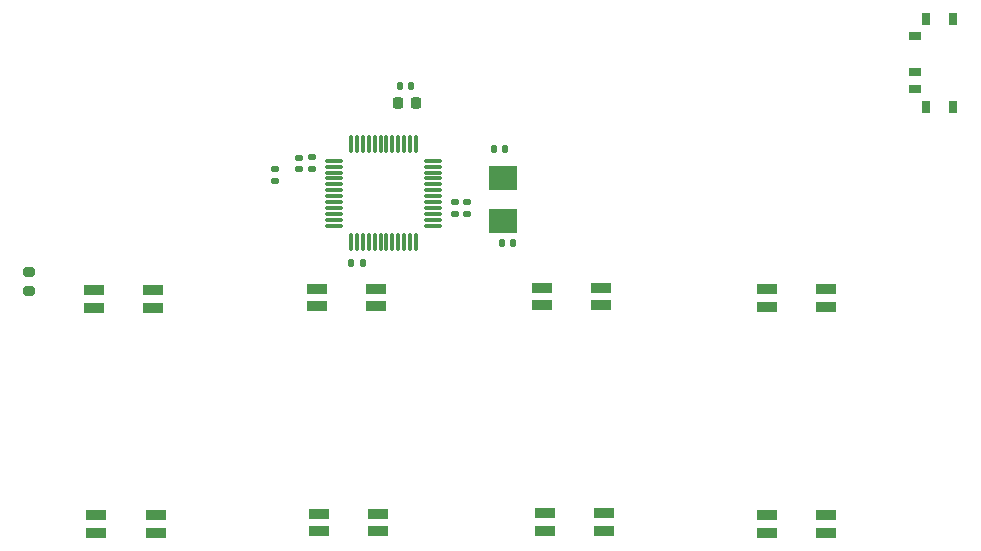
<source format=gbr>
%TF.GenerationSoftware,KiCad,Pcbnew,(6.0.10)*%
%TF.CreationDate,2023-03-05T14:49:45+05:30*%
%TF.ProjectId,keyboardv3,6b657962-6f61-4726-9476-332e6b696361,rev?*%
%TF.SameCoordinates,Original*%
%TF.FileFunction,Paste,Bot*%
%TF.FilePolarity,Positive*%
%FSLAX46Y46*%
G04 Gerber Fmt 4.6, Leading zero omitted, Abs format (unit mm)*
G04 Created by KiCad (PCBNEW (6.0.10)) date 2023-03-05 14:49:45*
%MOMM*%
%LPD*%
G01*
G04 APERTURE LIST*
G04 Aperture macros list*
%AMRoundRect*
0 Rectangle with rounded corners*
0 $1 Rounding radius*
0 $2 $3 $4 $5 $6 $7 $8 $9 X,Y pos of 4 corners*
0 Add a 4 corners polygon primitive as box body*
4,1,4,$2,$3,$4,$5,$6,$7,$8,$9,$2,$3,0*
0 Add four circle primitives for the rounded corners*
1,1,$1+$1,$2,$3*
1,1,$1+$1,$4,$5*
1,1,$1+$1,$6,$7*
1,1,$1+$1,$8,$9*
0 Add four rect primitives between the rounded corners*
20,1,$1+$1,$2,$3,$4,$5,0*
20,1,$1+$1,$4,$5,$6,$7,0*
20,1,$1+$1,$6,$7,$8,$9,0*
20,1,$1+$1,$8,$9,$2,$3,0*%
G04 Aperture macros list end*
%ADD10R,1.800000X0.820000*%
%ADD11RoundRect,0.140000X-0.170000X0.140000X-0.170000X-0.140000X0.170000X-0.140000X0.170000X0.140000X0*%
%ADD12RoundRect,0.140000X0.170000X-0.140000X0.170000X0.140000X-0.170000X0.140000X-0.170000X-0.140000X0*%
%ADD13RoundRect,0.075000X0.662500X0.075000X-0.662500X0.075000X-0.662500X-0.075000X0.662500X-0.075000X0*%
%ADD14RoundRect,0.075000X0.075000X0.662500X-0.075000X0.662500X-0.075000X-0.662500X0.075000X-0.662500X0*%
%ADD15RoundRect,0.200000X-0.275000X0.200000X-0.275000X-0.200000X0.275000X-0.200000X0.275000X0.200000X0*%
%ADD16RoundRect,0.225000X0.225000X0.250000X-0.225000X0.250000X-0.225000X-0.250000X0.225000X-0.250000X0*%
%ADD17RoundRect,0.140000X-0.140000X-0.170000X0.140000X-0.170000X0.140000X0.170000X-0.140000X0.170000X0*%
%ADD18R,1.100000X0.700000*%
%ADD19R,0.800000X1.000000*%
%ADD20RoundRect,0.135000X-0.185000X0.135000X-0.185000X-0.135000X0.185000X-0.135000X0.185000X0.135000X0*%
%ADD21R,2.400000X2.000000*%
%ADD22RoundRect,0.140000X0.140000X0.170000X-0.140000X0.170000X-0.140000X-0.170000X0.140000X-0.170000X0*%
G04 APERTURE END LIST*
D10*
%TO.C,D4*%
X69795000Y-60220000D03*
X69795000Y-61720000D03*
X74795000Y-61720000D03*
X74795000Y-60220000D03*
%TD*%
D11*
%TO.C,C8*%
X69380000Y-49100000D03*
X69380000Y-50060000D03*
%TD*%
D12*
%TO.C,C10*%
X82520000Y-53860000D03*
X82520000Y-52900000D03*
%TD*%
D13*
%TO.C,U2*%
X79592500Y-49380000D03*
X79592500Y-49880000D03*
X79592500Y-50380000D03*
X79592500Y-50880000D03*
X79592500Y-51380000D03*
X79592500Y-51880000D03*
X79592500Y-52380000D03*
X79592500Y-52880000D03*
X79592500Y-53380000D03*
X79592500Y-53880000D03*
X79592500Y-54380000D03*
X79592500Y-54880000D03*
D14*
X78180000Y-56292500D03*
X77680000Y-56292500D03*
X77180000Y-56292500D03*
X76680000Y-56292500D03*
X76180000Y-56292500D03*
X75680000Y-56292500D03*
X75180000Y-56292500D03*
X74680000Y-56292500D03*
X74180000Y-56292500D03*
X73680000Y-56292500D03*
X73180000Y-56292500D03*
X72680000Y-56292500D03*
D13*
X71267500Y-54880000D03*
X71267500Y-54380000D03*
X71267500Y-53880000D03*
X71267500Y-53380000D03*
X71267500Y-52880000D03*
X71267500Y-52380000D03*
X71267500Y-51880000D03*
X71267500Y-51380000D03*
X71267500Y-50880000D03*
X71267500Y-50380000D03*
X71267500Y-49880000D03*
X71267500Y-49380000D03*
D14*
X72680000Y-47967500D03*
X73180000Y-47967500D03*
X73680000Y-47967500D03*
X74180000Y-47967500D03*
X74680000Y-47967500D03*
X75180000Y-47967500D03*
X75680000Y-47967500D03*
X76180000Y-47967500D03*
X76680000Y-47967500D03*
X77180000Y-47967500D03*
X77680000Y-47967500D03*
X78180000Y-47967500D03*
%TD*%
D10*
%TO.C,D14*%
X89065000Y-79240000D03*
X89065000Y-80740000D03*
X94065000Y-80740000D03*
X94065000Y-79240000D03*
%TD*%
D15*
%TO.C,R1*%
X45410000Y-58765000D03*
X45410000Y-60415000D03*
%TD*%
D16*
%TO.C,C3*%
X78205000Y-44460000D03*
X76655000Y-44460000D03*
%TD*%
D17*
%TO.C,C5*%
X72700000Y-58040000D03*
X73660000Y-58040000D03*
%TD*%
D11*
%TO.C,C9*%
X68240000Y-49110000D03*
X68240000Y-50070000D03*
%TD*%
D18*
%TO.C,S1*%
X120450000Y-38840000D03*
X120450000Y-41840000D03*
X120450000Y-43340000D03*
D19*
X121350000Y-37340000D03*
X121350000Y-44840000D03*
X123650000Y-37340000D03*
X123650000Y-44840000D03*
%TD*%
D10*
%TO.C,D17*%
X51125000Y-79400000D03*
X51125000Y-80900000D03*
X56125000Y-80900000D03*
X56125000Y-79400000D03*
%TD*%
%TO.C,D1*%
X50950000Y-60350000D03*
X50950000Y-61850000D03*
X55950000Y-61850000D03*
X55950000Y-60350000D03*
%TD*%
D20*
%TO.C,R8*%
X66280000Y-50050000D03*
X66280000Y-51070000D03*
%TD*%
D10*
%TO.C,D13*%
X107920000Y-79360000D03*
X107920000Y-80860000D03*
X112920000Y-80860000D03*
X112920000Y-79360000D03*
%TD*%
D12*
%TO.C,C7*%
X81480000Y-53850000D03*
X81480000Y-52890000D03*
%TD*%
D21*
%TO.C,Y1*%
X85530000Y-50810000D03*
X85530000Y-54510000D03*
%TD*%
D22*
%TO.C,C4*%
X85700000Y-48390000D03*
X84740000Y-48390000D03*
%TD*%
%TO.C,C11*%
X77790000Y-43030000D03*
X76830000Y-43030000D03*
%TD*%
D10*
%TO.C,D10*%
X107870000Y-60280000D03*
X107870000Y-61780000D03*
X112870000Y-61780000D03*
X112870000Y-60280000D03*
%TD*%
%TO.C,D15*%
X69930000Y-79260000D03*
X69930000Y-80760000D03*
X74930000Y-80760000D03*
X74930000Y-79260000D03*
%TD*%
D22*
%TO.C,C6*%
X86400000Y-56320000D03*
X85440000Y-56320000D03*
%TD*%
D10*
%TO.C,D7*%
X88840000Y-60130000D03*
X88840000Y-61630000D03*
X93840000Y-61630000D03*
X93840000Y-60130000D03*
%TD*%
M02*

</source>
